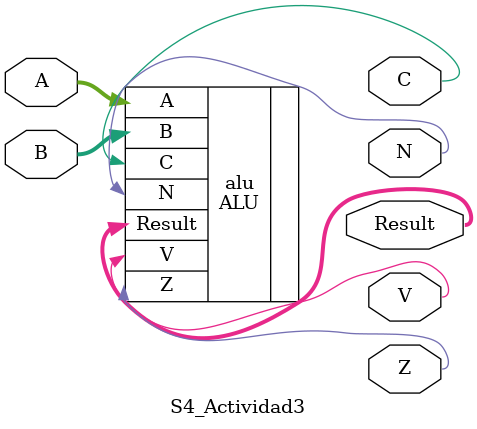
<source format=sv>
`timescale 1ns / 1ps


module S4_Actividad3(
input logic [7:0]A,
input logic [7:0]B,
output logic [7:0]Result,
output logic V,
output logic C,
output logic Z,
output logic N
    );
ALU #('d8)alu(.A(A),.B(B),.Result(Result),.V(V),.C(C),.Z(Z),.N(N));
endmodule

</source>
